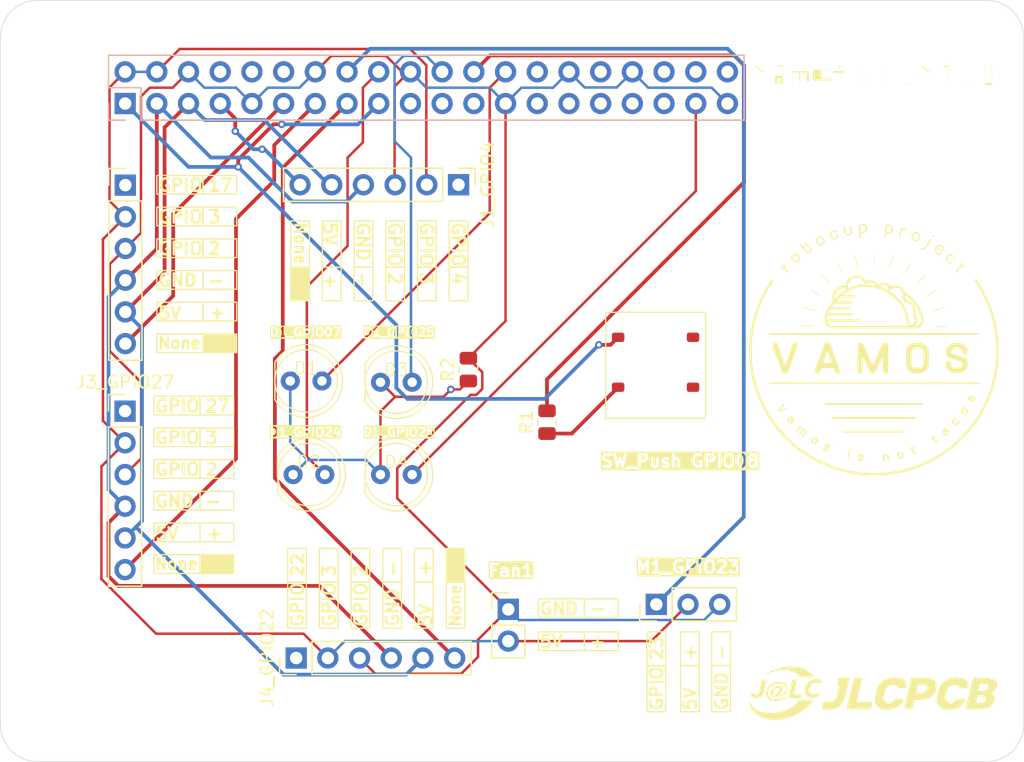
<source format=kicad_pcb>
(kicad_pcb (version 20240108) (generator "pcbnew") (generator_version "8.0")
  (layers (0 "F.Cu" signal) (31 "B.Cu" signal) (34 "B.Paste" user) (35 "F.Paste" user) (36 "B.SilkS" user "B.Silkscreen") (37 "F.SilkS" user "F.Silkscreen") (38 "B.Mask" user) (39 "F.Mask" user) (44 "Edge.Cuts" user))
  (net 0 "")
  (net 1 "Net-(J1-GPIO17)")
  (net 2 "Net-(D1-A)")
  (net 5 "Net-(J1-GPIO22)")
  (net 9 "Net-(J1-GPIO23)")
  (net 15 "Net-(Fan1-Pin_1)")
  (net 16 "Net-(J1-SCL{slash}GPIO3)")
  (net 21 "Net-(J1-GPIO27)")
  (net 24 "Net-(J1-~{CE0}{slash}GPIO8)")
  (net 25 "Net-(J1-GCLK0{slash}GPIO4)")
  (net 26 "Net-(J1-SDA{slash}GPIO2)")
  (net 27 "Net-(R1-Pad1)")
  (net 28 "Net-(Fan1-Pin_2)")
  (net 33 "Net-(D1-K)")
  (net 34 "Net-(J1-3V3-Pad1)")
  (net 35 "Net-(D2-A)")
  (net 36 "Net-(D3-A)")
  (net 37 "Net-(D4-A)")
  (footprint "Resistor_SMD:R_0805_2012Metric" (layer "F.Cu") (at 131.8 109.8 90)
    (property "Reference" "R1" (at 0 -1.65 90) (layer "F.SilkS"))
    (property "Value" "1.5kΩ")
    (pad "1" smd roundrect (at -0.9125 0 90) (size 1.025 1.4) (layers "F.Cu" "F.Paste" "F.Mask") (roundrect_rratio 0.243902) (net 27 "Net-(R1-Pad1)"))
    (pad "2" smd roundrect (at 0.9125 0 90) (size 1.025 1.4) (layers "F.Cu" "F.Paste" "F.Mask") (roundrect_rratio 0.243902) (net 24 "Net-(J1-~{CE0}{slash}GPIO8)"))
  )
  (footprint "Connector_PinHeader_2.54mm:PinHeader_1x02_P2.54mm_Vertical" (layer "F.Cu") (at 128.7 124.8)
    (property "Reference" "Fan1" (at 0.2 -3.1 0) (layer "F.SilkS" knockout) (effects (font (thickness 0.2) (bold yes))))
    (property "Value" "Conn_01x02_Pin")
    (pad "1" thru_hole rect (at 0 0) (size 1.7 1.7) (drill 1) (layers "*.Cu" "*.Mask") (net 15 "Net-(Fan1-Pin_1)"))
    (pad "2" thru_hole oval (at 0 2.54) (size 1.7 1.7) (drill 1) (layers "*.Cu" "*.Mask") (net 28 "Net-(Fan1-Pin_2)"))
  )
  (footprint "vamos:LED" (layer "F.Cu") (at 112.5 106.5)
    (property "Reference" "D1" (at 0 -1 0) (layer "F.SilkS") (effects (font (thickness 0.1))))
    (property "Value" "LED")
    (pad "1" thru_hole circle (at -1.27 0) (size 1.524 1.524) (drill 0.762) (layers "*.Cu" "*.Mask") (net 33 "Net-(D1-K)"))
    (pad "2" thru_hole circle (at 1.27 0) (size 1.524 1.524) (drill 0.762) (layers "*.Cu" "*.Mask") (net 2 "Net-(D1-A)"))
  )
  (footprint "Connector_PinHeader_2.54mm:PinHeader_1x06_P2.54mm_Vertical" (layer "F.Cu") (at 98.0186 90.805)
    (property "Reference" "J2_GPIO17" (hide yes))
    (property "Value" "Conn_01x06_Socket" (hide yes))
    (pad "1" thru_hole rect (at 0 0) (size 1.7 1.7) (drill 1) (layers "*.Cu" "*.Mask"))
    (pad "2" thru_hole oval (at 0 2.54) (size 1.7 1.7) (drill 1) (layers "*.Cu" "*.Mask") (net 28 "Net-(Fan1-Pin_2)"))
    (pad "3" thru_hole oval (at 0 5.08) (size 1.7 1.7) (drill 1) (layers "*.Cu" "*.Mask") (net 15 "Net-(Fan1-Pin_1)"))
    (pad "4" thru_hole oval (at 0 7.62) (size 1.7 1.7) (drill 1) (layers "*.Cu" "*.Mask") (net 26 "Net-(J1-SDA{slash}GPIO2)"))
    (pad "5" thru_hole oval (at 0 10.16) (size 1.7 1.7) (drill 1) (layers "*.Cu" "*.Mask") (net 16 "Net-(J1-SCL{slash}GPIO3)"))
    (pad "6" thru_hole oval (at 0 12.7) (size 1.7 1.7) (drill 1) (layers "*.Cu" "*.Mask") (net 1 "Net-(J1-GPIO17)"))
  )
  (footprint "MountingHole:MountingHole_2.7mm_M2.5" (layer "F.Cu") (at 93 83)
    (property "Reference" "REF1" (hide yes))
    (property "Value" "MountingHole_2.7mm_M2.5" (hide yes))
    (pad "" np_thru_hole circle (at 0 0) (size 2.7 2.7) (drill 2.7) (layers "F&B.Cu" "*.Mask"))
  )
  (footprint "Resistor_SMD:R_0805_2012Metric" (layer "F.Cu") (at 125.5 105.5875 90)
    (property "Reference" "R2" (at 0 -1.65 -90) (layer "F.SilkS"))
    (property "Value" "100Ω")
    (pad "1" smd roundrect (at -0.9125 0 90) (size 1.025 1.4) (layers "F.Cu" "F.Paste" "F.Mask") (roundrect_rratio 0.243902) (net 33 "Net-(D1-K)"))
    (pad "2" smd roundrect (at 0.9125 0 90) (size 1.025 1.4) (layers "F.Cu" "F.Paste" "F.Mask") (roundrect_rratio 0.243902) (net 15 "Net-(Fan1-Pin_1)"))
  )
  (footprint "ZHpretty:PushButton" (layer "F.Cu") (at 140.5 105)
    (property "Reference" "SW1_GPIO8" (hide yes))
    (property "Value" "SW_Push")
    (pad "1" smd roundrect (at -3 -2) (size 1 0.75) (layers "F.Cu" "F.Paste" "F.Mask") (net 34 "Net-(J1-3V3-Pad1)"))
    (pad "2" smd roundrect (at 3 -2) (size 1 0.75) (layers "F.Cu" "F.Paste" "F.Mask"))
    (pad "3" smd roundrect (at -3 2) (size 1 0.75) (layers "F.Cu" "F.Paste" "F.Mask") (net 27 "Net-(R1-Pad1)"))
    (pad "4" smd roundrect (at 3 2) (size 1 0.75) (layers "F.Cu" "F.Paste" "F.Mask"))
  )
  (footprint "vamos:LED" (layer "F.Cu") (at 119.73 114)
    (property "Reference" "D4" (at 0 -1 0) (layer "F.SilkS") (effects (font (thickness 0.1))))
    (property "Value" "LED")
    (pad "1" thru_hole circle (at -1.27 0) (size 1.524 1.524) (drill 0.762) (layers "*.Cu" "*.Mask") (net 33 "Net-(D1-K)"))
    (pad "2" thru_hole circle (at 1.27 0) (size 1.524 1.524) (drill 0.762) (layers "*.Cu" "*.Mask") (net 37 "Net-(D4-A)"))
  )
  (footprint "Connector_PinHeader_2.54mm:PinHeader_1x06_P2.54mm_Vertical" (layer "F.Cu") (at 111.7021 128.6944 90)
    (property "Reference" "J4_GPIO22" (at 0 -2.33 90) (layer "F.SilkS"))
    (property "Value" "Conn_01x06_Socket")
    (pad "1" thru_hole rect (at 0 0 90) (size 1.7 1.7) (drill 1) (layers "*.Cu" "*.Mask"))
    (pad "2" thru_hole oval (at 0 2.54 90) (size 1.7 1.7) (drill 1) (layers "*.Cu" "*.Mask") (net 28 "Net-(Fan1-Pin_2)"))
    (pad "3" thru_hole oval (at 0 5.08 90) (size 1.7 1.7) (drill 1) (layers "*.Cu" "*.Mask") (net 15 "Net-(Fan1-Pin_1)"))
    (pad "4" thru_hole oval (at 0 7.62 90) (size 1.7 1.7) (drill 1) (layers "*.Cu" "*.Mask") (net 26 "Net-(J1-SDA{slash}GPIO2)"))
    (pad "5" thru_hole oval (at 0 10.16 90) (size 1.7 1.7) (drill 1) (layers "*.Cu" "*.Mask") (net 16 "Net-(J1-SCL{slash}GPIO3)"))
    (pad "6" thru_hole oval (at 0 12.7 90) (size 1.7 1.7) (drill 1) (layers "*.Cu" "*.Mask") (net 5 "Net-(J1-GPIO22)"))
  )
  (footprint "vamos:LED" (layer "F.Cu") (at 112.73 114)
    (property "Reference" "D2" (at 0 -1 0) (layer "F.SilkS") (effects (font (thickness 0.1))))
    (property "Value" "LED")
    (pad "1" thru_hole circle (at -1.27 0) (size 1.524 1.524) (drill 0.762) (layers "*.Cu" "*.Mask") (net 33 "Net-(D1-K)"))
    (pad "2" thru_hole circle (at 1.27 0) (size 1.524 1.524) (drill 0.762) (layers "*.Cu" "*.Mask") (net 35 "Net-(D2-A)"))
  )
  (footprint "vamos:v2.0" (layer "F.Cu") (at 158 82)
    (property "Reference" "G***" (hide yes))
    (property "Value" "LOGO" (hide yes))
  )
  (footprint "MountingHole:MountingHole_2.7mm_M2.5" (layer "F.Cu") (at 93 132)
    (property "Reference" "REF**" (hide yes))
    (property "Value" "MountingHole_2.7mm_M2.5" (hide yes))
    (pad "" np_thru_hole circle (at 0 0) (size 2.7 2.7) (drill 2.7) (layers "F&B.Cu" "*.Mask"))
  )
  (footprint "Connector_PinHeader_2.54mm:PinHeader_1x06_P2.54mm_Vertical" (layer "F.Cu") (at 124.714 90.7796 -90)
    (property "Reference" "J1_GPIO4" (at 0 -2.33 90) (layer "F.SilkS"))
    (property "Value" "01×06")
    (pad "1" thru_hole rect (at 0 0 270) (size 1.7 1.7) (drill 1) (layers "*.Cu" "*.Mask"))
    (pad "2" thru_hole oval (at 0 2.54 270) (size 1.7 1.7) (drill 1) (layers "*.Cu" "*.Mask") (net 28 "Net-(Fan1-Pin_2)"))
    (pad "3" thru_hole oval (at 0 5.08 270) (size 1.7 1.7) (drill 1) (layers "*.Cu" "*.Mask") (net 15 "Net-(Fan1-Pin_1)"))
    (pad "4" thru_hole oval (at 0 7.62 270) (size 1.7 1.7) (drill 1) (layers "*.Cu" "*.Mask") (net 26 "Net-(J1-SDA{slash}GPIO2)"))
    (pad "5" thru_hole oval (at 0 10.16 270) (size 1.7 1.7) (drill 1) (layers "*.Cu" "*.Mask") (net 16 "Net-(J1-SCL{slash}GPIO3)"))
    (pad "6" thru_hole oval (at 0 12.7 270) (size 1.7 1.7) (drill 1) (layers "*.Cu" "*.Mask") (net 25 "Net-(J1-GCLK0{slash}GPIO4)"))
  )
  (footprint "Connector_PinHeader_2.54mm:PinHeader_1x03_P2.54mm_Vertical" (layer "F.Cu") (at 140.56 124.4 90)
    (property "Reference" "M1_GPIO23" (at 3 2.54 180) (layer "F.SilkS" knockout) (effects (font (thickness 0.2) (bold yes))))
    (property "Value" "Motor_Servo")
    (pad "1" thru_hole rect (at 0 0 90) (size 1.7 1.7) (drill 1) (layers "*.Cu" "*.Mask") (net 9 "Net-(J1-GPIO23)"))
    (pad "2" thru_hole oval (at 0 2.54 90) (size 1.7 1.7) (drill 1) (layers "*.Cu" "*.Mask") (net 28 "Net-(Fan1-Pin_2)"))
    (pad "3" thru_hole oval (at 0 5.08 90) (size 1.7 1.7) (drill 1) (layers "*.Cu" "*.Mask") (net 15 "Net-(Fan1-Pin_1)"))
  )
  (footprint "vamos:jlcpcb" (layer "F.Cu") (at 158 131.5)
    (property "Reference" "jlcpcb" (hide yes))
    (property "Value" "LOGO" (hide yes))
  )
  (footprint "vamos:LED" (layer "F.Cu") (at 119.73 106.6)
    (property "Reference" "D3" (at 0 -1 0) (layer "F.SilkS") (effects (font (thickness 0.1))))
    (property "Value" "LED")
    (pad "1" thru_hole circle (at -1.27 0) (size 1.524 1.524) (drill 0.762) (layers "*.Cu" "*.Mask") (net 33 "Net-(D1-K)"))
    (pad "2" thru_hole circle (at 1.27 0) (size 1.524 1.524) (drill 0.762) (layers "*.Cu" "*.Mask") (net 36 "Net-(D3-A)"))
  )
  (footprint "vamos:vamoslogo" (layer "F.Cu") (at 158 104)
    (property "Reference" "vamos" (hide yes))
    (property "Value" "LOGO" (hide yes))
  )
  (footprint "Connector_PinHeader_2.54mm:PinHeader_1x06_P2.54mm_Vertical" (layer "F.Cu") (at 97.9932 108.9152)
    (property "Reference" "J3_GPIO27" (at 0 -2.33 0) (layer "F.SilkS"))
    (property "Value" "Conn_01x06_Socket")
    (pad "1" thru_hole rect (at 0 0) (size 1.7 1.7) (drill 1) (layers "*.Cu" "*.Mask"))
    (pad "2" thru_hole oval (at 0 2.54) (size 1.7 1.7) (drill 1) (layers "*.Cu" "*.Mask") (net 28 "Net-(Fan1-Pin_2)"))
    (pad "3" thru_hole oval (at 0 5.08) (size 1.7 1.7) (drill 1) (layers "*.Cu" "*.Mask") (net 15 "Net-(Fan1-Pin_1)"))
    (pad "4" thru_hole oval (at 0 7.62) (size 1.7 1.7) (drill 1) (layers "*.Cu" "*.Mask") (net 26 "Net-(J1-SDA{slash}GPIO2)"))
    (pad "5" thru_hole oval (at 0 10.16) (size 1.7 1.7) (drill 1) (layers "*.Cu" "*.Mask") (net 16 "Net-(J1-SCL{slash}GPIO3)"))
    (pad "6" thru_hole oval (at 0 12.7) (size 1.7 1.7) (drill 1) (layers "*.Cu" "*.Mask") (net 21 "Net-(J1-GPIO27)"))
  )
  (footprint "Connector_PinSocket_2.54mm:PinSocket_2x20_P2.54mm_Vertical" (layer "B.Cu") (at 98 84.27 -90)
    (property "Reference" "J1" (hide yes))
    (property "Value" "Raspberry_Pi_2_3")
    (pad "1" thru_hole rect (at 0 0 270) (size 1.7 1.7) (drill 1) (layers "*.Cu" "*.Mask") (net 34 "Net-(J1-3V3-Pad1)"))
    (pad "2" thru_hole oval (at -2.54 0 270) (size 1.7 1.7) (drill 1) (layers "*.Cu" "*.Mask") (net 28 "Net-(Fan1-Pin_2)"))
    (pad "3" thru_hole oval (at 0 -2.54 270) (size 1.7 1.7) (drill 1) (layers "*.Cu" "*.Mask") (net 26 "Net-(J1-SDA{slash}GPIO2)"))
    (pad "4" thru_hole oval (at -2.54 -2.54 270) (size 1.7 1.7) (drill 1) (layers "*.Cu" "*.Mask") (net 28 "Net-(Fan1-Pin_2)"))
    (pad "5" thru_hole oval (at 0 -5.08 270) (size 1.7 1.7) (drill 1) (layers "*.Cu" "*.Mask") (net 16 "Net-(J1-SCL{slash}GPIO3)"))
    (pad "6" thru_hole oval (at -2.54 -5.08 270) (size 1.7 1.7) (drill 1) (layers "*.Cu" "*.Mask") (net 15 "Net-(Fan1-Pin_1)"))
    (pad "7" thru_hole oval (at 0 -7.62 270) (size 1.7 1.7) (drill 1) (layers "*.Cu" "*.Mask") (net 25 "Net-(J1-GCLK0{slash}GPIO4)"))
    (pad "8" thru_hole oval (at -2.54 -7.62 270) (size 1.7 1.7) (drill 1) (layers "*.Cu" "*.Mask"))
    (pad "9" thru_hole oval (at 0 -10.16 270) (size 1.7 1.7) (drill 1) (layers "*.Cu" "*.Mask") (net 15 "Net-(Fan1-Pin_1)"))
    (pad "10" thru_hole oval (at -2.54 -10.16 270) (size 1.7 1.7) (drill 1) (layers "*.Cu" "*.Mask"))
    (pad "11" thru_hole oval (at 0 -12.7 270) (size 1.7 1.7) (drill 1) (layers "*.Cu" "*.Mask") (net 1 "Net-(J1-GPIO17)"))
    (pad "12" thru_hole oval (at -2.54 -12.7 270) (size 1.7 1.7) (drill 1) (layers "*.Cu" "*.Mask"))
    (pad "13" thru_hole oval (at 0 -15.24 270) (size 1.7 1.7) (drill 1) (layers "*.Cu" "*.Mask") (net 21 "Net-(J1-GPIO27)"))
    (pad "14" thru_hole oval (at -2.54 -15.24 270) (size 1.7 1.7) (drill 1) (layers "*.Cu" "*.Mask") (net 15 "Net-(Fan1-Pin_1)"))
    (pad "15" thru_hole oval (at 0 -17.78 270) (size 1.7 1.7) (drill 1) (layers "*.Cu" "*.Mask") (net 5 "Net-(J1-GPIO22)"))
    (pad "16" thru_hole oval (at -2.54 -17.78 270) (size 1.7 1.7) (drill 1) (layers "*.Cu" "*.Mask") (net 9 "Net-(J1-GPIO23)"))
    (pad "17" thru_hole oval (at 0 -20.32 270) (size 1.7 1.7) (drill 1) (layers "*.Cu" "*.Mask") (net 34 "Net-(J1-3V3-Pad1)"))
    (pad "18" thru_hole oval (at -2.54 -20.32 270) (size 1.7 1.7) (drill 1) (layers "*.Cu" "*.Mask") (net 35 "Net-(D2-A)"))
    (pad "19" thru_hole oval (at 0 -22.86 270) (size 1.7 1.7) (drill 1) (layers "*.Cu" "*.Mask"))
    (pad "20" thru_hole oval (at -2.54 -22.86 270) (size 1.7 1.7) (drill 1) (layers "*.Cu" "*.Mask") (net 15 "Net-(Fan1-Pin_1)"))
    (pad "21" thru_hole oval (at 0 -25.4 270) (size 1.7 1.7) (drill 1) (layers "*.Cu" "*.Mask"))
    (pad "22" thru_hole oval (at -2.54 -25.4 270) (size 1.7 1.7) (drill 1) (layers "*.Cu" "*.Mask") (net 36 "Net-(D3-A)"))
    (pad "23" thru_hole oval (at 0 -27.94 270) (size 1.7 1.7) (drill 1) (layers "*.Cu" "*.Mask"))
    (pad "24" thru_hole oval (at -2.54 -27.94 270) (size 1.7 1.7) (drill 1) (layers "*.Cu" "*.Mask") (net 24 "Net-(J1-~{CE0}{slash}GPIO8)"))
    (pad "25" thru_hole oval (at 0 -30.48 270) (size 1.7 1.7) (drill 1) (layers "*.Cu" "*.Mask") (net 15 "Net-(Fan1-Pin_1)"))
    (pad "26" thru_hole oval (at -2.54 -30.48 270) (size 1.7 1.7) (drill 1) (layers "*.Cu" "*.Mask") (net 2 "Net-(D1-A)"))
    (pad "27" thru_hole oval (at 0 -33.02 270) (size 1.7 1.7) (drill 1) (layers "*.Cu" "*.Mask"))
    (pad "28" thru_hole oval (at -2.54 -33.02 270) (size 1.7 1.7) (drill 1) (layers "*.Cu" "*.Mask"))
    (pad "29" thru_hole oval (at 0 -35.56 270) (size 1.7 1.7) (drill 1) (layers "*.Cu" "*.Mask"))
    (pad "30" thru_hole oval (at -2.54 -35.56 270) (size 1.7 1.7) (drill 1) (layers "*.Cu" "*.Mask") (net 15 "Net-(Fan1-Pin_1)"))
    (pad "31" thru_hole oval (at 0 -38.1 270) (size 1.7 1.7) (drill 1) (layers "*.Cu" "*.Mask"))
    (pad "32" thru_hole oval (at -2.54 -38.1 270) (size 1.7 1.7) (drill 1) (layers "*.Cu" "*.Mask"))
    (pad "33" thru_hole oval (at 0 -40.64 270) (size 1.7 1.7) (drill 1) (layers "*.Cu" "*.Mask"))
    (pad "34" thru_hole oval (at -2.54 -40.64 270) (size 1.7 1.7) (drill 1) (layers "*.Cu" "*.Mask") (net 15 "Net-(Fan1-Pin_1)"))
    (pad "35" thru_hole oval (at 0 -43.18 270) (size 1.7 1.7) (drill 1) (layers "*.Cu" "*.Mask"))
    (pad "36" thru_hole oval (at -2.54 -43.18 270) (size 1.7 1.7) (drill 1) (layers "*.Cu" "*.Mask"))
    (pad "37" thru_hole oval (at 0 -45.72 270) (size 1.7 1.7) (drill 1) (layers "*.Cu" "*.Mask") (net 37 "Net-(D4-A)"))
    (pad "38" thru_hole oval (at -2.54 -45.72 270) (size 1.7 1.7) (drill 1) (layers "*.Cu" "*.Mask"))
    (pad "39" thru_hole oval (at 0 -48.26 270) (size 1.7 1.7) (drill 1) (layers "*.Cu" "*.Mask") (net 15 "Net-(Fan1-Pin_1)"))
    (pad "40" thru_hole oval (at -2.54 -48.26 270) (size 1.7 1.7) (drill 1) (layers "*.Cu" "*.Mask"))
  )
  (gr_rect (start 123.964 93.6752) (end 125.464 97.3752) (stroke (width 0.1)) (fill none) (layer "F.SilkS"))
  (gr_rect (start 100.3 112.8) (end 104 114.3) (stroke (width 0.1)) (fill none) (layer "F.SilkS"))
  (gr_rect (start 100.5374 92.5696) (end 104.2374 94.0696) (stroke (width 0.1)) (fill none) (layer "F.SilkS"))
  (gr_rect (start 145 129.3) (end 146.5 133) (stroke (width 0.1)) (fill none) (layer "F.SilkS"))
  (gr_rect (start 123.7234 119.91) (end 125.2234 122.61) (stroke (width 0.1)) (fill solid) (layer "F.SilkS"))
  (gr_rect (start 104.2374 102.7296) (end 106.9374 104.2296) (stroke (width 0.1)) (fill solid) (layer "F.SilkS"))
  (gr_rect (start 121.1834 119.91) (end 122.6834 122.61) (stroke (width 0.1)) (fill none) (layer "F.SilkS"))
  (gr_rect (start 121.1834 122.61) (end 122.6834 126.31) (stroke (width 0.1)) (fill none) (layer "F.SilkS"))
  (gr_rect (start 113.5634 119.91) (end 115.0634 122.61) (stroke (width 0.1)) (fill none) (layer "F.SilkS"))
  (gr_rect (start 139.8 129.3) (end 141.3 133) (stroke (width 0.1)) (fill none) (layer "F.SilkS"))
  (gr_rect (start 134.8 123.95) (end 137.5 125.45) (stroke (width 0.1)) (fill none) (layer "F.SilkS"))
  (gr_rect (start 104 115.34) (end 106.7 116.84) (stroke (width 0.1)) (fill none) (layer "F.SilkS"))
  (gr_rect (start 111.264 97.3752) (end 112.764 100.0752) (stroke (width 0.1)) (fill solid) (layer "F.SilkS"))
  (gr_rect (start 104.2374 95.1096) (end 106.9374 96.6096) (stroke (width 0.1)) (fill none) (layer "F.SilkS"))
  (gr_rect (start 118.6434 119.91) (end 120.1434 122.61) (stroke (width 0.1)) (fill none) (layer "F.SilkS"))
  (gr_rect (start 104 112.8) (end 106.7 114.3) (stroke (width 0.1)) (fill none) (layer "F.SilkS"))
  (gr_rect (start 100.5374 102.7296) (end 104.2374 104.2296) (stroke (width 0.1)) (fill none) (layer "F.SilkS"))
  (gr_rect (start 131.1 123.95) (end 134.8 125.45) (stroke (width 0.1)) (fill none) (layer "F.SilkS"))
  (gr_rect (start 111.264 93.6752) (end 112.764 97.3752) (stroke (width 0.1)) (fill none) (layer "F.SilkS"))
  (gr_rect (start 100.5374 97.6496) (end 104.2374 99.1496) (stroke (width 0.1)) (fill none) (layer "F.SilkS"))
  (gr_rect (start 104 107.72) (end 106.7 109.22) (stroke (width 0.1)) (fill none) (layer "F.SilkS"))
  (gr_rect (start 118.884 93.6752) (end 120.384 97.3752) (stroke (width 0.1)) (fill none) (layer "F.SilkS"))
  (gr_rect (start 145 126.6) (end 146.5 129.3) (stroke (width 0.1)) (fill none) (layer "F.SilkS"))
  (gr_rect (start 113.804 93.6752) (end 115.304 97.3752) (stroke (width 0.1)) (fill none) (layer "F.SilkS"))
  (gr_rect (start 116.344 93.6752) (end 117.844 97.3752) (stroke (width 0.1)) (fill none) (layer "F.SilkS"))
  (gr_rect (start 104 120.42) (end 106.7 121.92) (stroke (width 0.1)) (fill solid) (layer "F.SilkS"))
  (gr_rect (start 111.0234 119.91) (end 112.5234 122.61) (stroke (width 0.1)) (fill none) (layer "F.SilkS"))
  (gr_rect (start 100.3 110.26) (end 104 111.76) (stroke (width 0.1)) (fill none) (layer "F.SilkS"))
  (gr_rect (start 118.6434 122.61) (end 120.1434 126.31) (stroke (width 0.1)) (fill none) (layer "F.SilkS"))
  (gr_rect (start 100.5374 90.0296) (end 104.2374 91.5296) (stroke (width 0.1)) (fill none) (layer "F.SilkS"))
  (gr_rect (start 100.5374 95.1096) (end 104.2374 96.6096) (stroke (width 0.1)) (fill none) (layer "F.SilkS"))
  (gr_rect (start 131.1 126.6) (end 134.8 128.1) (stroke (width 0.1)) (fill none) (layer "F.SilkS"))
  (gr_rect (start 113.5634 122.61) (end 115.0634 126.31) (stroke (width 0.1)) (fill none) (layer "F.SilkS"))
  (gr_rect (start 139.8 126.6) (end 141.3 129.3) (stroke (width 0.1)) (fill none) (layer "F.SilkS"))
  (gr_rect (start 134.8 126.6) (end 137.5 128.1) (stroke (width 0.1)) (fill none) (layer "F.SilkS"))
  (gr_rect (start 113.804 97.3752) (end 115.304 100.0752) (stroke (width 0.1)) (fill none) (layer "F.SilkS"))
  (gr_rect (start 116.1034 119.91) (end 117.6034 122.61) (stroke (width 0.1)) (fill none) (layer "F.SilkS"))
  (gr_rect (start 100.3 115.34) (end 104 116.84) (stroke (width 0.1)) (fill none) (layer "F.SilkS"))
  (gr_rect (start 100.3 107.72) (end 104 109.22) (stroke (width 0.1)) (fill none) (layer "F.SilkS"))
  (gr_rect (start 104.2374 92.5696) (end 106.9374 94.0696) (stroke (width 0.1)) (fill none) (layer "F.SilkS"))
  (gr_rect (start 100.3 120.42) (end 104 121.92) (stroke (width 0.1)) (fill none) (layer "F.SilkS"))
  (gr_rect (start 142.5 126.6) (end 144 129.3) (stroke (width 0.1)) (fill none) (layer "F.SilkS"))
  (gr_rect (start 142.5 129.3) (end 144 133) (stroke (width 0.1)) (fill none) (layer "F.SilkS"))
  (gr_rect (start 104.2374 100.1896) (end 106.9374 101.6896) (stroke (width 0.1)) (fill none) (layer "F.SilkS"))
  (gr_rect (start 111.0234 122.61) (end 112.5234 126.31) (stroke (width 0.1)) (fill none) (layer "F.SilkS"))
  (gr_rect (start 123.7234 122.61) (end 125.2234 126.31) (stroke (width 0.1)) (fill none) (layer "F.SilkS"))
  (gr_rect (start 104.2374 97.6496) (end 106.9374 99.1496) (stroke (width 0.1)) (fill none) (layer "F.SilkS"))
  (gr_rect (start 118.884 97.3752) (end 120.384 100.0752) (stroke (width 0.1)) (fill none) (layer "F.SilkS"))
  (gr_rect (start 116.344 97.3752) (end 117.844 100.0752) (stroke (width 0.1)) (fill none) (layer "F.SilkS"))
  (gr_rect (start 104 110.26) (end 106.7 111.76) (stroke (width 0.1)) (fill none) (layer "F.SilkS"))
  (gr_rect (start 123.964 97.3752) (end 125.464 100.0752) (stroke (width 0.1)) (fill none) (layer "F.SilkS"))
  (gr_rect (start 116.1034 122.61) (end 117.6034 126.31) (stroke (width 0.1)) (fill none) (layer "F.SilkS"))
  (gr_rect (start 100.3 117.88) (end 104 119.38) (stroke (width 0.1)) (fill none) (layer "F.SilkS"))
  (gr_rect (start 104 117.88) (end 106.7 119.38) (stroke (width 0.1)) (fill none) (layer "F.SilkS"))
  (gr_rect (start 121.424 93.6752) (end 122.924 97.3752) (stroke (width 0.1)) (fill none) (layer "F.SilkS"))
  (gr_rect (start 104.2374 90.0296) (end 106.9374 91.5296) (stroke (width 0.1)) (fill none) (layer "F.SilkS"))
  (gr_rect (start 121.424 97.3752) (end 122.924 100.0752) (stroke (width 0.1)) (fill none) (layer "F.SilkS"))
  (gr_rect (start 100.5374 100.1896) (end 104.2374 101.6896) (stroke (width 0.1)) (fill none) (layer "F.SilkS"))
  (gr_line (start 167 137) (end 91 137) (stroke (width 0.05)) (layer "Edge.Cuts"))
  (gr_arc (start 88 79) (mid 88.87868 76.87868) (end 91 76) (stroke (width 0.05)) (layer "Edge.Cuts"))
  (gr_arc (start 170 134) (mid 169.12132 136.12132) (end 167 137) (stroke (width 0.05)) (layer "Edge.Cuts"))
  (gr_line (start 91 76) (end 167 76) (stroke (width 0.05)) (layer "Edge.Cuts"))
  (gr_line (start 88 134) (end 88 79) (stroke (width 0.05)) (layer "Edge.Cuts"))
  (gr_line (start 170 79) (end 170 134) (stroke (width 0.05)) (layer "Edge.Cuts"))
  (gr_arc (start 91 137) (mid 88.87868 136.12132) (end 88 134) (stroke (width 0.05)) (layer "Edge.Cuts"))
  (gr_arc (start 167 76) (mid 169.12132 76.87868) (end 170 79) (stroke (width 0.05)) (layer "Edge.Cuts"))
  (gr_text "-" (at 117.644 97.6752 -90) (layer "F.SilkS") (effects (font (size 1 1) (thickness 0.2) (bold yes)) (justify left top)))
  (gr_text "GPIO" (at 100.5374 95.3096 0) (layer "F.SilkS") (effects (font (size 1 1) (thickness 0.2) (bold yes)) (justify left top)))
  (gr_text "+" (at 121.4334 122.21 90) (layer "F.SilkS") (effects (font (size 1 1) (thickness 0.2) (bold yes)) (justify left top)))
  (gr_text "-" (at 135.1 124.15 0) (layer "F.SilkS") (effects (font (size 1 1) (thickness 0.2) (bold yes)) (justify left top)))
  (gr_text "GND" (at 100.3 115.54 0) (layer "F.SilkS") (effects (font (size 1 1) (thickness 0.2) (bold yes)) (justify left top)))
  (gr_text "SW_Push GPIO08" (at 136 113.5 0) (layer "F.SilkS" knockout) (effects (font (size 1 1) (thickness 0.2) (bold yes)) (justify left bottom)))
  (gr_text "22" (at 111.2234 122.31 90) (layer "F.SilkS") (effects (font (size 1 1) (thickness 0.2) (bold yes)) (justify left top)))
  (gr_text "GPIO" (at 125.264 93.6752 -90) (layer "F.SilkS") (effects (font (size 1 1) (thickness 0.2) (bold yes)) (justify left top)))
  (gr_text "4" (at 125.264 97.6752 270) (layer "F.SilkS") (effects (font (size 1 1) (thickness 0.2) (bold yes)) (justify left top)))
  (gr_text "-" (at 145.2 129 90) (layer "F.SilkS") (effects (font (size 1 1) (thickness 0.2) (bold yes)) (justify left top)))
  (gr_text "5V" (at 121.4834 126.31 90) (layer "F.SilkS") (effects (font (size 1 1) (thickness 0.2) (bold yes)) (justify left top)))
  (gr_text "+" (at 142.7 129 90) (layer "F.SilkS") (effects (font (size 1 1) (thickness 0.2) (bold yes)) (justify left top)))
  (gr_text "GPIO" (at 140 133 90) (layer "F.SilkS") (effects (font (size 1 1) (thickness 0.2) (bold yes)) (justify left top)))
  (gr_text "5V" (at 100.3 118.18 0) (layer "F.SilkS") (effects (font (size 1 1) (thickness 0.2) (bold yes)) (justify left top)))
  (gr_text "5V" (at 100.5374 100.4896 0) (layer "F.SilkS") (effects (font (size 1 1) (thickness 0.2) (bold yes)) (justify left top)))
  (gr_text "GND" (at 131.1 124.15 0) (layer "F.SilkS") (effects (font (size 1 1) (thickness 0.2) (bold yes)) (justify left top)))
  (gr_text "5V" (at 131.1 126.8 0) (layer "F.SilkS") (effects (font (size 1 1) (thickness 0.2) (bold yes)) (justify left top)))
  (gr_text "+" (at 104.4 118.13 0) (layer "F.SilkS") (effects (font (size 1 1) (thickness 0.2) (bold yes)) (justify left top)))
  (gr_text "+" (at 135.1 126.8 0) (layer "F.SilkS") (effects (font (size 1 1) (thickness 0.2) (bold yes)) (justify left top)))
  (gr_text "17" (at 104.5374 90.2296 0) (layer "F.SilkS") (effects (font (size 1 1) (thickness 0.2) (bold yes)) (justify left top)))
  (gr_text "GPIO" (at 122.724 93.6752 -90) (layer "F.SilkS") (effects (font (size 1 1) (thickness 0.2) (bold yes)) (justify left top)))
  (gr_text "D1_GPIO07" (at 109.5 103 0) (layer "F.SilkS" knockout) (effects (font (size 0.7 0.7) (thickness 0.14) (bold yes)) (justify left bottom)))
  (gr_text "3" (at 122.724 97.6752 -90) (layer "F.SilkS") (effects (font (size 1 1) (thickness 0.2) (bold yes)) (justify left top)))
  (gr_text "None" (at 100.3 120.62 0) (layer "F.SilkS") (effects (font (size 0.9 0.9) (thickness 0.2) (bold yes)) (justify left top)))
  (gr_text "+" (at 104.6374 100.4396 0) (layer "F.SilkS") (effects (font (size 1 1) (thickness 0.2) (bold yes)) (justify left top)))
  (gr_text "-" (at 118.8434 122.31 90) (layer "F.SilkS") (effects (font (size 1 1) (thickness 0.2) (bold yes)) (justify left top)))
  (gr_text "GPIO" (at 120.184 93.6752 -90) (layer "F.SilkS") (effects (font (size 1 1) (thickness 0.2) (bold yes)) (justify left top)))
  (gr_text "3" (at 104.5374 92.7696 0) (layer "F.SilkS") (effects (font (size 1 1) (thickness 0.2) (bold yes)) (justify left top)))
  (gr_text "5V" (at 142.7 133 90) (layer "F.SilkS") (effects (font (size 1 1) (thickness 0.2) (bold yes)) (justify left top)))
  (gr_text "5V" (at 115.004 93.6752 -90) (layer "F.SilkS") (effects (font (size 1 1) (thickness 0.2) (bold yes)) (justify left top)))
  (gr_text "-" (at 104.5374 97.8496 0) (layer "F.SilkS") (effects (font (size 1 1) (thickness 0.2) (bold yes)) (justify left top)))
  (gr_text "23" (at 140 129 90) (layer "F.SilkS") (effects (font (size 1 1) (thickness 0.2) (bold yes)) (justify left top)))
  (gr_text "GPIO" (at 100.3 113 0) (layer "F.SilkS") (effects (font (size 1 1) (thickness 0.2) (bold yes)) (justify left top)))
  (gr_text "3" (at 104.3 110.46 0) (layer "F.SilkS") (effects (font (size 1 1) (thickness 0.2) (bold yes)) (justify left top)))
  (gr_text "2" (at 116.3034 122.31 90) (layer "F.SilkS") (effects (font (size 1 1) (thickness 0.2) (bold yes)) (justify left top)))
  (gr_text "D1_GPIO24" (at 109.5 111 0) (layer "F.SilkS" knockout) (effects (font (size 0.7 0.7) (thickness 0.14) (bold yes)) (justify left bottom)))
  (gr_text "GPIO" (at 100.3 110.46 0) (layer "F.SilkS") (effects (font (size 1 1) (thickness 0.2) (bold yes)) (justify left top)))
  (gr_text "GPIO" (at 100.3 107.92 0) (layer "F.SilkS") (effects (font (size 1 1) (thickness 0.2) (bold yes)) (justify left top)))
  (gr_text "GND" (at 100.5374 97.8496 0) (layer "F.SilkS") (effects (font (size 1 1) (thickness 0.2) (bold yes)) (justify left top)))
  (gr_text "2" (at 104.3 113 0) (layer "F.SilkS") (effects (font (size 1 1) (thickness 0.2) (bold yes)) (justify left top)))
  (gr_text "GPIO" (at 111.2234 126.31 90) (layer "F.SilkS") (effects (font (size 1 1) (thickness 0.2) (bold yes)) (justify left top)))
  (gr_text "GPIO" (at 116.3034 126.31 90) (layer "F.SilkS") (effects (font (size 1 1) (thickness 0.2) (bold yes)) (justify left top)))
  (gr_text "3" (at 113.7634 122.31 90) (layer "F.SilkS") (effects (font (size 1 1) (thickness 0.2) (bold yes)) (justify left top)))
  (gr_text "-" (at 104.3 115.54 0) (layer "F.SilkS") (effects (font (size 1 1) (thickness 0.2) (bold yes)) (justify left top)))
  (gr_text "2" (at 104.5374 95.3096 0) (layer "F.SilkS") (effects (font (size 1 1) (thickness 0.2) (bold yes)) (justify left top)))
  (gr_text "GPIO" (at 100.5374 90.2296 0) (layer "F.SilkS") (effects (font (size 1 1) (thickness 0.2) (bold yes)) (justify left top)))
  (gr_text "2" (at 120.184 97.6752 -90) (layer "F.SilkS") (effects (font (size 1 1) (thickness 0.2) (bold yes)) (justify left top)))
  (gr_text "GPIO" (at 100.5374 92.7696 0) (layer "F.SilkS") (effects (font (size 1 1) (thickness 0.2) (bold yes)) (justify left top)))
  (gr_text "D1_GPIO25" (at 117 103 0) (layer "F.SilkS" knockout) (effects (font (size 0.7 0.7) (thickness 0.14) (bold yes)) (justify left bottom)))
  (gr_text "D1_GPIO26" (at 117 111 0) (layer "F.SilkS" knockout) (effects (font (size 0.7 0.7) (thickness 0.14) (bold yes)) (justify left bottom)))
  (gr_text "None" (at 112.564 93.6752 -90) (layer "F.SilkS") (effects (font (size 0.9 0.9) (thickness 0.2) (bold yes)) (justify left top)))
  (gr_text "GND" (at 145.2 133 90) (layer "F.SilkS") (effects (font (size 1 1) (thickness 0.2) (bold yes)) (justify left top)))
  (gr_text "+" (at 115.054 97.7752 -90) (layer "F.SilkS") (effects (font (size 1 1) (thickness 0.2) (bold yes)) (justify left top)))
  (gr_text "27" (at 104.3 107.92 0) (layer "F.SilkS") (effects (font (size 1 1) (thickness 0.2) (bold yes)) (justify left top)))
  (gr_text "GND" (at 117.644 93.6752 -90) (layer "F.SilkS") (effects (font (size 1 1) (thickness 0.2) (bold yes)) (justify left top)))
  (gr_text "GND" (at 118.8434 126.31 90) (layer "F.SilkS") (effects (font (size 1 1) (thickness 0.2) (bold yes)) (justify left top)))
  (gr_text "None" (at 123.9234 126.31 90) (layer "F.SilkS") (effects (font (size 0.9 0.9) (thickness 0.2) (bold yes)) (justify left top)))
  (gr_text "GPIO" (at 113.7634 126.31 90) (layer "F.SilkS") (effects (font (size 1 1) (thickness 0.2) (bold yes)) (justify left top)))
  (gr_text "None" (at 100.5374 102.9296 0) (layer "F.SilkS") (effects (font (size 0.9 0.9) (thickness 0.2) (bold yes)) (justify left top)))
  (segment (start 101.8513 93.1187) (end 110.7 84.27) (width 0.3) (layer "F.Cu") (net 1))
  (segment (start 98.0186 103.505) (end 101.8513 99.6723) (width 0.3) (layer "F.Cu") (net 1))
  (segment (start 101.8513 99.6723) (end 101.8513 93.1187) (width 0.3) (layer "F.Cu") (net 1))
  (segment (start 127.21 83) (end 127.21 93.06) (width 0.2) (layer "F.Cu") (net 2))
  (segment (start 128.48 81.73) (end 127.21 83) (width 0.2) (layer "F.Cu") (net 2))
  (segment (start 127.21 93.06) (end 113.77 106.5) (width 0.2) (layer "F.Cu") (net 2))
  (segment (start 115.78 84.27) (end 110.6306 89.4194) (width 0.3) (layer "F.Cu") (net 5))
  (segment (start 110.6306 104.0846) (end 109.9985 104.7167) (width 0.3) (layer "F.Cu") (net 5))
  (segment (start 109.9985 104.7167) (end 109.9985 114.2908) (width 0.3) (layer "F.Cu") (net 5))
  (segment (start 110.6306 89.4194) (end 110.6306 104.0846) (width 0.3) (layer "F.Cu") (net 5))
  (segment (start 109.9985 114.2908) (end 124.4021 128.6944) (width 0.3) (layer "F.Cu") (net 5))
  (segment (start 147.5659 81.1759) (end 147.5659 117.3941) (width 0.3) (layer "B.Cu") (net 9))
  (segment (start 115.78 81.73) (end 117.6289 79.8811) (width 0.3) (layer "B.Cu") (net 9))
  (segment (start 147.5659 117.3941) (end 140.56 124.4) (width 0.3) (layer "B.Cu") (net 9))
  (segment (start 146.2711 79.8811) (end 147.5659 81.1759) (width 0.3) (layer "B.Cu") (net 9))
  (segment (start 117.6289 79.8811) (end 146.2711 79.8811) (width 0.3) (layer "B.Cu") (net 9))
  (segment (start 98.0186 95.885) (end 96.7669 97.1367) (width 0.2) (layer "F.Cu") (net 15))
  (segment (start 114.5191 80.4509) (end 118.9112 80.4509) (width 0.2) (layer "F.Cu") (net 15))
  (segment (start 125.5 104.675) (end 128.48 101.695) (width 0.2) (layer "F.Cu") (net 15))
  (segment (start 113.24 81.73) (end 114.5191 80.4509) (width 0.2) (layer "F.Cu") (net 15))
  (segment (start 119.634 90.7796) (end 119.59 90.7356) (width 0.2) (layer "F.Cu") (net 15))
  (segment (start 99.2703 94.6333) (end 98.0186 95.885) (width 0.2) (layer "F.Cu") (net 15))
  (segment (start 125.6741 107.6119) (end 126.1375 107.6119) (width 0.2) (layer "F.Cu") (net 15))
  (segment (start 96.7669 104.0974) (end 99.283 106.6135) (width 0.2) (layer "F.Cu") (net 15))
  (segment (start 126.1375 107.6119) (end 126.6153 107.1341) (width 0.2) (layer "F.Cu") (net 15))
  (segment (start 99.283 112.7054) (end 97.9932 113.9952) (width 0.2) (layer "F.Cu") (net 15))
  (segment (start 119.7998 113.4862) (end 125.6741 107.6119) (width 0.2) (layer "F.Cu") (net 15))
  (segment (start 96.7669 97.1367) (end 96.7669 104.0974) (width 0.2) (layer "F.Cu") (net 15))
  (segment (start 118.9112 80.4509) (end 120.474 82.0137) (width 0.2) (layer "F.Cu") (net 15))
  (segment (start 126.2743 127.2257) (end 126.2743 128.6077) (width 0.2) (layer "F.Cu") (net 15))
  (segment (start 120.474 82.0137) (end 120.5763 82.0137) (width 0.2) (layer "F.Cu") (net 15))
  (segment (start 119.7998 115.8998) (end 119.7998 113.4862) (width 0.2) (layer "F.Cu") (net 15))
  (segment (start 126.6153 107.1341) (end 126.6153 105.7903) (width 0.2) (layer "F.Cu") (net 15))
  (segment (start 103.08 81.73) (end 101.81 83) (width 0.2) (layer "F.Cu") (net 15))
  (segment (start 126.2743 128.6077) (end 124.9247 129.9573) (width 0.2) (layer "F.Cu") (net 15))
  (segment (start 118.045 129.9573) (end 116.7821 128.6944) (width 0.2) (layer "F.Cu") (net 15))
  (segment (start 128.7 124.8) (end 119.7998 115.8998) (width 0.2) (layer "F.Cu") (net 15))
  (segment (start 124.9247 129.9573) (end 118.045 129.9573) (width 0.2) (layer "F.Cu") (net 15))
  (segment (start 99.2703 83.7032) (end 99.2703 94.6333) (width 0.2) (layer "F.Cu") (net 15))
  (segment (start 119.59 82.8977) (end 120.474 82.0137) (width 0.2) (layer "F.Cu") (net 15))
  (segment (start 126.6153 105.7903) (end 125.5 104.675) (width 0.2) (layer "F.Cu") (net 15))
  (segment (start 99.9735 83) (end 99.2703 83.7032) (width 0.2) (layer "F.Cu") (net 15))
  (segment (start 120.5763 82.0137) (end 120.86 81.73) (width 0.2) (layer "F.Cu") (net 15))
  (segment (start 99.283 106.6135) (end 99.283 112.7054) (width 0.2) (layer "F.Cu") (net 15))
  (segment (start 128.48 101.695) (end 128.48 84.27) (width 0.2) (layer "F.Cu") (net 15))
  (segment (start 128.7 124.8) (end 126.2743 127.2257) (width 0.2) (layer "F.Cu") (net 15))
  (segment (start 119.59 90.7356) (end 119.59 82.8977) (width 0.2) (layer "F.Cu") (net 15))
  (segment (start 101.81 83) (end 99.9735 83) (width 0.2) (layer "F.Cu") (net 15))
  (segment (start 144.99 83) (end 139.91 83) (width 0.2) (layer "B.Cu") (net 15))
  (segment (start 127.21 83) (end 122.13 83) (width 0.2) (layer "B.Cu") (net 15))
  (segment (start 132.29 83) (end 129.75 83) (width 0.2) (layer "B.Cu") (net 15))
  (segment (start 133.56 81.73) (end 132.29 83) (width 0.2) (layer "B.Cu") (net 15))
  (segment (start 137.3883 82.9817) (end 138.64 81.73) (width 0.2) (layer "B.Cu") (net 15))
  (segment (start 109.43 83) (end 108.16 84.27) (width 0.2) (layer "B.Cu") (net 15))
  (segment (start 113.24 81.73) (end 111.97 83) (width 0.2) (layer "B.Cu") (net 15))
  (segment (start 129.75 83) (end 128.48 84.27) (width 0.2) (layer "B.Cu") (net 15))
  (segment (start 122.13 83) (end 120.86 81.73) (width 0.2) (layer "B.Cu") (net 15))
  (segment (start 134.8117 82.9817) (end 137.3883 82.9817) (width 0.2) (layer "B.Cu") (net 15))
  (segment (start 133.56 81.73) (end 134.8117 82.9817) (width 0.2) (layer "B.Cu") (net 15))
  (segment (start 128.48 84.27) (end 127.21 83) (width 0.2) (layer "B.Cu") (net 15))
  (segment (start 145.64 124.4) (end 144.3883 125.6517) (width 0.2) (layer "B.Cu") (net 15))
  (segment (start 106.89 83) (end 104.35 83) (width 0.2) (layer "B.Cu") (net 15))
  (segment (start 108.16 84.27) (end 106.89 83) (width 0.2) (layer "B.Cu") (net 15))
  (segment (start 104.35 83) (end 103.08 81.73) (width 0.2) (layer "B.Cu") (net 15))
  (segment (start 144.3883 125.6517) (end 129.5517 125.6517) (width 0.2) (layer "B.Cu") (net 15))
  (segment (start 139.91 83) (end 138.64 81.73) (width 0.2) (layer "B.Cu") (net 15))
  (segment (start 111.97 83) (end 109.43 83) (width 0.2) (layer "B.Cu") (net 15))
  (segment (start 146.26 84.27) (end 144.99 83) (width 0.2) (layer "B.Cu") (net 15))
  (segment (start 129.5517 125.6517) (end 128.7 124.8) (width 0.2) (layer "B.Cu") (net 15))
  (segment (start 101.1618 86.1882) (end 103.08 84.27) (width 0.3) (layer "F.Cu") (net 16))
  (segment (start 101.1618 97.8218) (end 101.1618 86.1882) (width 0.3) (layer "F.Cu") (net 16))
  (segment (start 98.0186 100.965) (end 101.1618 97.8218) (width 0.3) (layer "F.Cu") (net 16))
  (segment (start 114.3256 90.7796) (end 114.554 90.7796) (width 0.3) (layer "B.Cu") (net 16))
  (segment (start 98.0186 100.965) (end 99.3532 102.2996) (width 0.3) (layer "B.Cu") (net 16))
  (segment (start 99.3532 102.2996) (end 99.3532 117.7152) (width 0.3) (layer "B.Cu") (net 16))
  (segment (start 98.866 118.2024) (end 110.6889 130.0253) (width 0.3) (layer "B.Cu") (net 16))
  (segment (start 104.4019 85.5919) (end 109.1379 85.5919) (width 0.3) (layer "B.Cu") (net 16))
  (segment (start 103.08 84.27) (end 104.4019 85.5919) (width 0.3) (layer "B.Cu") (net 16))
  (segment (start 98.866 118.2024) (end 97.9932 119.0752) (width 0.3) (layer "B.Cu") (net 16))
  (segment (start 99.3532 117.7152) (end 98.866 118.2024) (width 0.3) (layer "B.Cu") (net 16))
  (segment (start 110.6889 130.0253) (end 120.5312 130.0253) (width 0.3) (layer "B.Cu") (net 16))
  (segment (start 109.1379 85.5919) (end 114.3256 90.7796) (width 0.3) (layer "B.Cu") (net 16))
  (segment (start 120.5312 130.0253) (end 121.8621 128.6944) (width 0.3) (layer "B.Cu") (net 16))
  (segment (start 97.9932 121.6152) (end 106.883 112.7254) (width 0.3) (layer "F.Cu") (net 21))
  (segment (start 109.9472 87.5981) (end 113.24 84.3053) (width 0.3) (layer "F.Cu") (net 21))
  (segment (start 106.883 112.7254) (end 106.883 93.5148) (width 0.3) (layer "F.Cu") (net 21))
  (segment (start 106.883 93.5148) (end 109.9472 90.4506) (width 0.3) (layer "F.Cu") (net 21))
  (segment (start 113.24 84.3053) (end 113.24 84.27) (width 0.3) (layer "F.Cu") (net 21))
  (segment (start 109.9472 90.4506) (end 109.9472 87.5981) (width 0.3) (layer "F.Cu") (net 21))
  (segment (start 125.94 81.73) (end 127.253 80.417) (width 0.3) (layer "F.Cu") (net 24))
  (segment (start 127.253 80.417) (end 146.7953 80.417) (width 0.3) (layer "F.Cu") (net 24))
  (segment (start 147.5843 90.5797) (end 131.8 106.364) (width 0.3) (layer "F.Cu") (net 24))
  (segment (start 146.7953 80.417) (end 147.5843 81.206) (width 0.3) (layer "F.Cu") (net 24))
  (segment (start 147.5843 81.206) (end 147.5843 90.5797) (width 0.3) (layer "F.Cu") (net 24))
  (segment (start 131.8 106.364) (end 131.8 108.8875) (width 0.3) (layer "F.Cu") (net 24))
  (segment (start 106.826 86.4851) (end 106.826 85.476) (width 0.3) (layer "F.Cu") (net 25))
  (segment (start 106.826 85.476) (end 105.62 84.27) (width 0.3) (layer "F.Cu") (net 25))
  (via (at 106.826 86.4851) (size 0.6) (drill 0.3) (layers "F.Cu" "B.Cu") (net 25))
  (via (at 108.971 87.9324) (size 0.6) (drill 0.3) (layers "F.Cu" "B.Cu") (net 25))
  (segment (start 108.2733 87.9324) (end 108.971 87.9324) (width 0.3) (layer "B.Cu") (net 25))
  (segment (start 108.971 87.9324) (end 109.1668 87.9324) (width 0.3) (layer "B.Cu") (net 25))
  (segment (start 106.826 86.4851) (end 108.2733 87.9324) (width 0.3) (layer "B.Cu") (net 25))
  (segment (start 109.1668 87.9324) (end 112.014 90.7796) (width 0.3) (layer "B.Cu") (net 25))
  (segment (start 96.6702 119.2472) (end 96.6702 117.8582) (width 0.3) (layer "F.Cu") (net 26))
  (segment (start 119.3221 128.6944) (end 113.5446 122.9169) (width 0.3) (layer "F.Cu") (net 26))
  (segment (start 96.6687 119.2487) (end 96.6702 119.2472) (width 0.3) (layer "F.Cu") (net 26))
  (segment (start 96.6702 117.8582) (end 97.9932 116.5352) (width 0.3) (layer "F.Cu") (net 26))
  (segment (start 113.5446 122.9169) (end 97.4456 122.9169) (width 0.3) (layer "F.Cu") (net 26))
  (segment (start 97.4456 122.9169) (end 96.6687 122.14) (width 0.3) (layer "F.Cu") (net 26))
  (segment (start 100.54 95.9036) (end 98.0186 98.425) (width 0.3) (layer "F.Cu") (net 26))
  (segment (start 100.54 84.27) (end 100.54 95.9036) (width 0.3) (layer "F.Cu") (net 26))
  (segment (start 96.6687 122.14) (end 96.6687 119.2487) (width 0.3) (layer "F.Cu") (net 26))
  (segment (start 97.9932 116.5352) (end 96.6734 115.2154) (width 0.3) (layer "B.Cu") (net 26))
  (segment (start 104.8649 88.5949) (end 100.54 84.27) (width 0.3) (layer "B.Cu") (net 26))
  (segment (start 115.7498 92.1238) (end 111.4039 92.1238) (width 0.3) (layer "B.Cu") (net 26))
  (segment (start 117.094 90.7796) (end 115.7498 92.1238) (width 0.3) (layer "B.Cu") (net 26))
  (segment (start 96.6734 115.2154) (end 96.6734 99.7702) (width 0.3) (layer "B.Cu") (net 26))
  (segment (start 96.6734 99.7702) (end 98.0186 98.425) (width 0.3) (layer "B.Cu") (net 26))
  (segment (start 107.875 88.5949) (end 104.8649 88.5949) (width 0.3) (layer "B.Cu") (net 26))
  (segment (start 111.4039 92.1238) (end 107.875 88.5949) (width 0.3) (layer "B.Cu") (net 26))
  (segment (start 133.7875 110.7125) (end 131.8 110.7125) (width 0.3) (layer "F.Cu") (net 27))
  (segment (start 137.5 107) (end 133.7875 110.7125) (width 0.3) (layer "F.Cu") (net 27))
  (segment (start 120.827 79.8984) (end 122.13 81.2014) (width 0.2) (layer "F.Cu") (net 28))
  (segment (start 96.1005 113.3479) (end 96.1005 122.3635) (width 0.2) (layer "F.Cu") (net 28))
  (segment (start 102.3716 79.8984) (end 120.827 79.8984) (width 0.2) (layer "F.Cu") (net 28))
  (segment (start 122.13 90.7356) (end 122.174 90.7796) (width 0.2) (layer "F.Cu") (net 28))
  (segment (start 100.54 81.73) (end 102.3716 79.8984) (width 0.2) (layer "F.Cu") (net 28))
  (segment (start 97.9932 111.4552) (end 96.1005 113.3479) (width 0.2) (layer "F.Cu") (net 28))
  (segment (start 98 81.73) (end 96.7483 82.9817) (width 0.2) (layer "F.Cu") (net 28))
  (segment (start 96.7483 92.0747) (end 98.0186 93.345) (width 0.2) (layer "F.Cu") (net 28))
  (segment (start 96.2233 109.6853) (end 97.9932 111.4552) (width 0.2) (layer "F.Cu") (net 28))
  (segment (start 96.7483 82.9817) (end 96.7483 92.0747) (width 0.2) (layer "F.Cu") (net 28))
  (segment (start 96.2233 95.1403) (end 96.2233 109.6853) (width 0.2) (layer "F.Cu") (net 28))
  (segment (start 100.4824 126.7454) (end 112.2931 126.7454) (width 0.2) (layer "F.Cu") (net 28))
  (segment (start 98.0186 93.345) (end 96.2233 95.1403) (width 0.2) (layer "F.Cu") (net 28))
  (segment (start 143.1 124.4) (end 140.16 127.34) (width 0.2) (layer "F.Cu") (net 28))
  (segment (start 112.2931 126.7454) (end 114.2421 128.6944) (width 0.2) (layer "F.Cu") (net 28))
  (segment (start 140.16 127.34) (end 128.7 127.34) (width 0.2) (layer "F.Cu") (net 28))
  (segment (start 122.13 81.2014) (end 122.13 90.7356) (width 0.2) (layer "F.Cu") (net 28))
  (segment (start 96.1005 122.3635) (end 100.4824 126.7454) (width 0.2) (layer "F.Cu") (net 28))
  (segment (start 114.2421 128.6944) (end 115.5965 127.34) (width 0.2) (layer "B.Cu") (net 28))
  (segment (start 115.5965 127.34) (end 128.7 127.34) (width 0.2) (layer "B.Cu") (net 28))
  (segment (start 100.54 81.73) (end 98 81.73) (width 0.2) (layer "B.Cu") (net 28))
  (segment (start 119.6289 107.7689) (end 118.46 106.6) (width 0.2) (layer "F.Cu") (net 33))
  (segment (start 125.5 106.5) (end 124.823 107.177) (width 0.2) (layer "F.Cu") (net 33))
  (segment (start 124.823 107.177) (end 124.096 107.177) (width 0.2) (layer "F.Cu") (net 33))
  (segment (start 119.6289 107.7689) (end 118.46 108.9378) (width 0.2) (layer "F.Cu") (net 33))
  (segment (start 123.5041 107.7689) (end 119.6289 107.7689) (width 0.2) (layer "F.Cu") (net 33))
  (segment (start 118.46 108.9378) (end 118.46 114) (width 0.2) (layer "F.Cu") (net 33))
  (segment (start 124.096 107.177) (end 123.5041 107.7689) (width 0.2) (layer "F.Cu") (net 33))
  (via (at 124.096 107.177) (size 0.6) (drill 0.3) (layers "F.Cu" "B.Cu") (net 33))
  (segment (start 118.46 114) (end 117.2836 112.8236) (width 0.2) (layer "B.Cu") (net 33))
  (segment (start 111.23 111.4172) (end 111.23 106.5) (width 0.2) (layer "B.Cu") (net 33))
  (segment (start 112.6364 112.8236) (end 111.23 111.4172) (width 0.2) (layer "B.Cu") (net 33))
  (segment (start 117.2836 112.8236) (end 112.6364 112.8236) (width 0.2) (layer "B.Cu") (net 33))
  (segment (start 112.6364 112.8236) (end 111.46 114) (width 0.2) (layer "B.Cu") (net 33))
  (segment (start 107.0611 88.7695) (end 107.0611 89.3467) (width 0.3) (layer "F.Cu") (net 34))
  (segment (start 110.5456 85.9366) (end 109.894 85.9366) (width 0.3) (layer "F.Cu") (net 34))
  (segment (start 135.954 103.604) (end 136.896 103.604) (width 0.3) (layer "F.Cu") (net 34))
  (segment (start 136.896 103.604) (end 137.5 103) (width 0.3) (layer "F.Cu") (net 34))
  (segment (start 109.894 85.9366) (end 107.0611 88.7695) (width 0.3) (layer "F.Cu") (net 34))
  (via (at 110.5456 85.9366) (size 0.6) (drill 0.3) (layers "F.Cu" "B.Cu") (net 34))
  (via (at 107.0611 89.3467) (size 0.6) (drill 0.3) (layers "F.Cu" "B.Cu") (net 34))
  (via (at 135.954 103.604) (size 0.6) (drill 0.3) (layers "F.Cu" "B.Cu") (net 34))
  (segment (start 120.6101 107.9341) (end 119.7301 107.0541) (width 0.3) (layer "B.Cu") (net 34))
  (segment (start 98 84.27) (end 103.0767 89.3467) (width 0.3) (layer "B.Cu") (net 34))
  (segment (start 119.7301 102.0157) (end 107.0611 89.3467) (width 0.3) (layer "B.Cu") (net 34))
  (segment (start 135.954 103.604) (end 131.6239 107.9341) (width 0.3) (layer "B.Cu") (net 34))
  (segment (start 131.6239 107.9341) (end 120.6101 107.9341) (width 0.3) (layer "B.Cu") (net 34))
  (segment (start 103.0767 89.3467) (end 107.0611 89.3467) (width 0.3) (layer "B.Cu") (net 34))
  (segment (start 110.5456 85.9366) (end 116.6534 85.9366) (width 0.3) (layer "B.Cu") (net 34))
  (segment (start 116.6534 85.9366) (end 118.32 84.27) (width 0.3) (layer "B.Cu") (net 34))
  (segment (start 119.7301 107.0541) (end 119.7301 102.0157) (width 0.3) (layer "B.Cu") (net 34))
  (segment (start 112.5611 98.944) (end 112.5611 112.5611) (width 0.2) (layer "F.Cu") (net 35))
  (segment (start 115.8241 95.681) (end 112.5611 98.944) (width 0.2) (layer "F.Cu") (net 35))
  (segment (start 117.05 87.3773) (end 115.8241 88.6032) (width 0.2) (layer "F.Cu") (net 35))
  (segment (start 117.05 83) (end 117.05 87.3773) (width 0.2) (layer "F.Cu") (net 35))
  (segment (start 118.32 81.73) (end 117.05 83) (width 0.2) (layer "F.Cu") (net 35))
  (segment (start 112.5611 112.5611) (end 114 114) (width 0.2) (layer "F.Cu") (net 35))
  (segment (start 115.8241 88.6032) (end 115.8241 95.681) (width 0.2) (layer "F.Cu") (net 35))
  (segment (start 120.904 88.6033) (end 120.904 106.504) (width 0.2) (layer "B.Cu") (net 36))
  (segment (start 120.904 106.504) (end 121 106.6) (width 0.2) (layer "B.Cu") (net 36))
  (segment (start 119.59 81.1622) (end 119.59 87.2893) (width 0.2) (layer "B.Cu") (net 36))
  (segment (start 120.3011 80.4511) (end 119.59 81.1622) (width 0.2) (layer "B.Cu") (net 36))
  (segment (start 122.1211 80.4511) (end 120.3011 80.4511) (width 0.2) (layer "B.Cu") (net 36))
  (segment (start 119.59 87.2893) (end 120.904 88.6033) (width 0.2) (layer "B.Cu") (net 36))
  (segment (start 123.4 81.73) (end 122.1211 80.4511) (width 0.2) (layer "B.Cu") (net 36))
  (segment (start 143.72 84.27) (end 143.72 91.28) (width 0.2) (layer "F.Cu") (net 37))
  (segment (start 143.72 91.28) (end 121 114) (width 0.2) (layer "F.Cu") (net 37))
)
</source>
